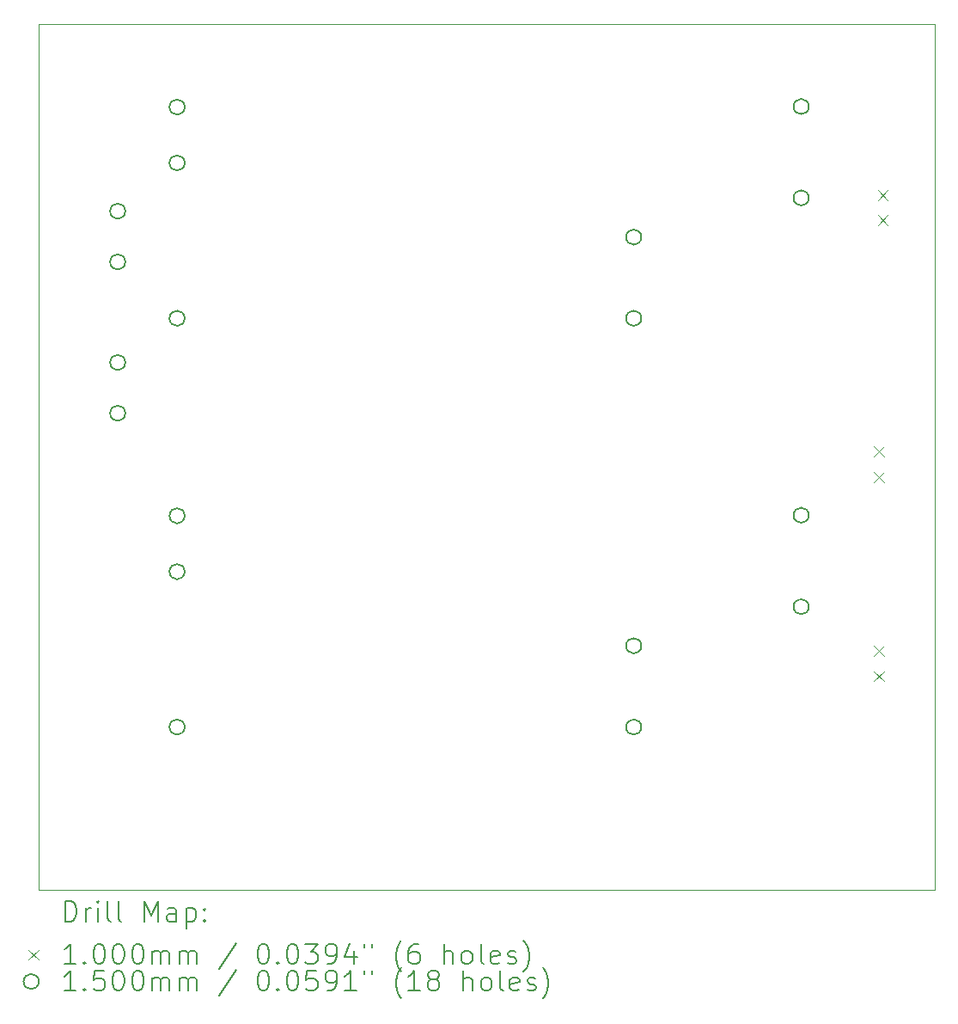
<source format=gbr>
%TF.GenerationSoftware,KiCad,Pcbnew,8.0.1*%
%TF.CreationDate,2024-04-15T18:30:33+02:00*%
%TF.ProjectId,Meanwell IRM Board,4d65616e-7765-46c6-9c20-49524d20426f,rev?*%
%TF.SameCoordinates,Original*%
%TF.FileFunction,Drillmap*%
%TF.FilePolarity,Positive*%
%FSLAX45Y45*%
G04 Gerber Fmt 4.5, Leading zero omitted, Abs format (unit mm)*
G04 Created by KiCad (PCBNEW 8.0.1) date 2024-04-15 18:30:33*
%MOMM*%
%LPD*%
G01*
G04 APERTURE LIST*
%ADD10C,0.050000*%
%ADD11C,0.200000*%
%ADD12C,0.100000*%
%ADD13C,0.150000*%
G04 APERTURE END LIST*
D10*
X9955000Y-4590000D02*
X18785000Y-4590000D01*
X18785000Y-13110000D01*
X9955000Y-13110000D01*
X9955000Y-4590000D01*
D11*
D12*
X18180000Y-8742500D02*
X18280000Y-8842500D01*
X18280000Y-8742500D02*
X18180000Y-8842500D01*
X18180000Y-8996500D02*
X18280000Y-9096500D01*
X18280000Y-8996500D02*
X18180000Y-9096500D01*
X18180000Y-10710000D02*
X18280000Y-10810000D01*
X18280000Y-10710000D02*
X18180000Y-10810000D01*
X18180000Y-10960000D02*
X18280000Y-11060000D01*
X18280000Y-10960000D02*
X18180000Y-11060000D01*
X18220000Y-6220000D02*
X18320000Y-6320000D01*
X18320000Y-6220000D02*
X18220000Y-6320000D01*
X18220000Y-6470000D02*
X18320000Y-6570000D01*
X18320000Y-6470000D02*
X18220000Y-6570000D01*
D13*
X10805000Y-6430000D02*
G75*
G02*
X10655000Y-6430000I-75000J0D01*
G01*
X10655000Y-6430000D02*
G75*
G02*
X10805000Y-6430000I75000J0D01*
G01*
X10805000Y-6930000D02*
G75*
G02*
X10655000Y-6930000I-75000J0D01*
G01*
X10655000Y-6930000D02*
G75*
G02*
X10805000Y-6930000I75000J0D01*
G01*
X10805000Y-7920000D02*
G75*
G02*
X10655000Y-7920000I-75000J0D01*
G01*
X10655000Y-7920000D02*
G75*
G02*
X10805000Y-7920000I75000J0D01*
G01*
X10805000Y-8420000D02*
G75*
G02*
X10655000Y-8420000I-75000J0D01*
G01*
X10655000Y-8420000D02*
G75*
G02*
X10805000Y-8420000I75000J0D01*
G01*
X11390000Y-5405000D02*
G75*
G02*
X11240000Y-5405000I-75000J0D01*
G01*
X11240000Y-5405000D02*
G75*
G02*
X11390000Y-5405000I75000J0D01*
G01*
X11390000Y-5955000D02*
G75*
G02*
X11240000Y-5955000I-75000J0D01*
G01*
X11240000Y-5955000D02*
G75*
G02*
X11390000Y-5955000I75000J0D01*
G01*
X11390000Y-7485000D02*
G75*
G02*
X11240000Y-7485000I-75000J0D01*
G01*
X11240000Y-7485000D02*
G75*
G02*
X11390000Y-7485000I75000J0D01*
G01*
X11390000Y-9430000D02*
G75*
G02*
X11240000Y-9430000I-75000J0D01*
G01*
X11240000Y-9430000D02*
G75*
G02*
X11390000Y-9430000I75000J0D01*
G01*
X11390000Y-9980000D02*
G75*
G02*
X11240000Y-9980000I-75000J0D01*
G01*
X11240000Y-9980000D02*
G75*
G02*
X11390000Y-9980000I75000J0D01*
G01*
X11390000Y-11510000D02*
G75*
G02*
X11240000Y-11510000I-75000J0D01*
G01*
X11240000Y-11510000D02*
G75*
G02*
X11390000Y-11510000I75000J0D01*
G01*
X15890000Y-6685000D02*
G75*
G02*
X15740000Y-6685000I-75000J0D01*
G01*
X15740000Y-6685000D02*
G75*
G02*
X15890000Y-6685000I75000J0D01*
G01*
X15890000Y-7485000D02*
G75*
G02*
X15740000Y-7485000I-75000J0D01*
G01*
X15740000Y-7485000D02*
G75*
G02*
X15890000Y-7485000I75000J0D01*
G01*
X15890000Y-10710000D02*
G75*
G02*
X15740000Y-10710000I-75000J0D01*
G01*
X15740000Y-10710000D02*
G75*
G02*
X15890000Y-10710000I75000J0D01*
G01*
X15890000Y-11510000D02*
G75*
G02*
X15740000Y-11510000I-75000J0D01*
G01*
X15740000Y-11510000D02*
G75*
G02*
X15890000Y-11510000I75000J0D01*
G01*
X17540000Y-5400000D02*
G75*
G02*
X17390000Y-5400000I-75000J0D01*
G01*
X17390000Y-5400000D02*
G75*
G02*
X17540000Y-5400000I75000J0D01*
G01*
X17540000Y-6300000D02*
G75*
G02*
X17390000Y-6300000I-75000J0D01*
G01*
X17390000Y-6300000D02*
G75*
G02*
X17540000Y-6300000I75000J0D01*
G01*
X17540000Y-9425000D02*
G75*
G02*
X17390000Y-9425000I-75000J0D01*
G01*
X17390000Y-9425000D02*
G75*
G02*
X17540000Y-9425000I75000J0D01*
G01*
X17540000Y-10325000D02*
G75*
G02*
X17390000Y-10325000I-75000J0D01*
G01*
X17390000Y-10325000D02*
G75*
G02*
X17540000Y-10325000I75000J0D01*
G01*
D11*
X10213277Y-13423984D02*
X10213277Y-13223984D01*
X10213277Y-13223984D02*
X10260896Y-13223984D01*
X10260896Y-13223984D02*
X10289467Y-13233508D01*
X10289467Y-13233508D02*
X10308515Y-13252555D01*
X10308515Y-13252555D02*
X10318039Y-13271603D01*
X10318039Y-13271603D02*
X10327563Y-13309698D01*
X10327563Y-13309698D02*
X10327563Y-13338269D01*
X10327563Y-13338269D02*
X10318039Y-13376365D01*
X10318039Y-13376365D02*
X10308515Y-13395412D01*
X10308515Y-13395412D02*
X10289467Y-13414460D01*
X10289467Y-13414460D02*
X10260896Y-13423984D01*
X10260896Y-13423984D02*
X10213277Y-13423984D01*
X10413277Y-13423984D02*
X10413277Y-13290650D01*
X10413277Y-13328746D02*
X10422801Y-13309698D01*
X10422801Y-13309698D02*
X10432324Y-13300174D01*
X10432324Y-13300174D02*
X10451372Y-13290650D01*
X10451372Y-13290650D02*
X10470420Y-13290650D01*
X10537086Y-13423984D02*
X10537086Y-13290650D01*
X10537086Y-13223984D02*
X10527563Y-13233508D01*
X10527563Y-13233508D02*
X10537086Y-13243031D01*
X10537086Y-13243031D02*
X10546610Y-13233508D01*
X10546610Y-13233508D02*
X10537086Y-13223984D01*
X10537086Y-13223984D02*
X10537086Y-13243031D01*
X10660896Y-13423984D02*
X10641848Y-13414460D01*
X10641848Y-13414460D02*
X10632324Y-13395412D01*
X10632324Y-13395412D02*
X10632324Y-13223984D01*
X10765658Y-13423984D02*
X10746610Y-13414460D01*
X10746610Y-13414460D02*
X10737086Y-13395412D01*
X10737086Y-13395412D02*
X10737086Y-13223984D01*
X10994229Y-13423984D02*
X10994229Y-13223984D01*
X10994229Y-13223984D02*
X11060896Y-13366841D01*
X11060896Y-13366841D02*
X11127563Y-13223984D01*
X11127563Y-13223984D02*
X11127563Y-13423984D01*
X11308515Y-13423984D02*
X11308515Y-13319222D01*
X11308515Y-13319222D02*
X11298991Y-13300174D01*
X11298991Y-13300174D02*
X11279943Y-13290650D01*
X11279943Y-13290650D02*
X11241848Y-13290650D01*
X11241848Y-13290650D02*
X11222801Y-13300174D01*
X11308515Y-13414460D02*
X11289467Y-13423984D01*
X11289467Y-13423984D02*
X11241848Y-13423984D01*
X11241848Y-13423984D02*
X11222801Y-13414460D01*
X11222801Y-13414460D02*
X11213277Y-13395412D01*
X11213277Y-13395412D02*
X11213277Y-13376365D01*
X11213277Y-13376365D02*
X11222801Y-13357317D01*
X11222801Y-13357317D02*
X11241848Y-13347793D01*
X11241848Y-13347793D02*
X11289467Y-13347793D01*
X11289467Y-13347793D02*
X11308515Y-13338269D01*
X11403753Y-13290650D02*
X11403753Y-13490650D01*
X11403753Y-13300174D02*
X11422801Y-13290650D01*
X11422801Y-13290650D02*
X11460896Y-13290650D01*
X11460896Y-13290650D02*
X11479943Y-13300174D01*
X11479943Y-13300174D02*
X11489467Y-13309698D01*
X11489467Y-13309698D02*
X11498991Y-13328746D01*
X11498991Y-13328746D02*
X11498991Y-13385888D01*
X11498991Y-13385888D02*
X11489467Y-13404936D01*
X11489467Y-13404936D02*
X11479943Y-13414460D01*
X11479943Y-13414460D02*
X11460896Y-13423984D01*
X11460896Y-13423984D02*
X11422801Y-13423984D01*
X11422801Y-13423984D02*
X11403753Y-13414460D01*
X11584705Y-13404936D02*
X11594229Y-13414460D01*
X11594229Y-13414460D02*
X11584705Y-13423984D01*
X11584705Y-13423984D02*
X11575182Y-13414460D01*
X11575182Y-13414460D02*
X11584705Y-13404936D01*
X11584705Y-13404936D02*
X11584705Y-13423984D01*
X11584705Y-13300174D02*
X11594229Y-13309698D01*
X11594229Y-13309698D02*
X11584705Y-13319222D01*
X11584705Y-13319222D02*
X11575182Y-13309698D01*
X11575182Y-13309698D02*
X11584705Y-13300174D01*
X11584705Y-13300174D02*
X11584705Y-13319222D01*
D12*
X9852500Y-13702500D02*
X9952500Y-13802500D01*
X9952500Y-13702500D02*
X9852500Y-13802500D01*
D11*
X10318039Y-13843984D02*
X10203753Y-13843984D01*
X10260896Y-13843984D02*
X10260896Y-13643984D01*
X10260896Y-13643984D02*
X10241848Y-13672555D01*
X10241848Y-13672555D02*
X10222801Y-13691603D01*
X10222801Y-13691603D02*
X10203753Y-13701127D01*
X10403753Y-13824936D02*
X10413277Y-13834460D01*
X10413277Y-13834460D02*
X10403753Y-13843984D01*
X10403753Y-13843984D02*
X10394229Y-13834460D01*
X10394229Y-13834460D02*
X10403753Y-13824936D01*
X10403753Y-13824936D02*
X10403753Y-13843984D01*
X10537086Y-13643984D02*
X10556134Y-13643984D01*
X10556134Y-13643984D02*
X10575182Y-13653508D01*
X10575182Y-13653508D02*
X10584705Y-13663031D01*
X10584705Y-13663031D02*
X10594229Y-13682079D01*
X10594229Y-13682079D02*
X10603753Y-13720174D01*
X10603753Y-13720174D02*
X10603753Y-13767793D01*
X10603753Y-13767793D02*
X10594229Y-13805888D01*
X10594229Y-13805888D02*
X10584705Y-13824936D01*
X10584705Y-13824936D02*
X10575182Y-13834460D01*
X10575182Y-13834460D02*
X10556134Y-13843984D01*
X10556134Y-13843984D02*
X10537086Y-13843984D01*
X10537086Y-13843984D02*
X10518039Y-13834460D01*
X10518039Y-13834460D02*
X10508515Y-13824936D01*
X10508515Y-13824936D02*
X10498991Y-13805888D01*
X10498991Y-13805888D02*
X10489467Y-13767793D01*
X10489467Y-13767793D02*
X10489467Y-13720174D01*
X10489467Y-13720174D02*
X10498991Y-13682079D01*
X10498991Y-13682079D02*
X10508515Y-13663031D01*
X10508515Y-13663031D02*
X10518039Y-13653508D01*
X10518039Y-13653508D02*
X10537086Y-13643984D01*
X10727563Y-13643984D02*
X10746610Y-13643984D01*
X10746610Y-13643984D02*
X10765658Y-13653508D01*
X10765658Y-13653508D02*
X10775182Y-13663031D01*
X10775182Y-13663031D02*
X10784705Y-13682079D01*
X10784705Y-13682079D02*
X10794229Y-13720174D01*
X10794229Y-13720174D02*
X10794229Y-13767793D01*
X10794229Y-13767793D02*
X10784705Y-13805888D01*
X10784705Y-13805888D02*
X10775182Y-13824936D01*
X10775182Y-13824936D02*
X10765658Y-13834460D01*
X10765658Y-13834460D02*
X10746610Y-13843984D01*
X10746610Y-13843984D02*
X10727563Y-13843984D01*
X10727563Y-13843984D02*
X10708515Y-13834460D01*
X10708515Y-13834460D02*
X10698991Y-13824936D01*
X10698991Y-13824936D02*
X10689467Y-13805888D01*
X10689467Y-13805888D02*
X10679944Y-13767793D01*
X10679944Y-13767793D02*
X10679944Y-13720174D01*
X10679944Y-13720174D02*
X10689467Y-13682079D01*
X10689467Y-13682079D02*
X10698991Y-13663031D01*
X10698991Y-13663031D02*
X10708515Y-13653508D01*
X10708515Y-13653508D02*
X10727563Y-13643984D01*
X10918039Y-13643984D02*
X10937086Y-13643984D01*
X10937086Y-13643984D02*
X10956134Y-13653508D01*
X10956134Y-13653508D02*
X10965658Y-13663031D01*
X10965658Y-13663031D02*
X10975182Y-13682079D01*
X10975182Y-13682079D02*
X10984705Y-13720174D01*
X10984705Y-13720174D02*
X10984705Y-13767793D01*
X10984705Y-13767793D02*
X10975182Y-13805888D01*
X10975182Y-13805888D02*
X10965658Y-13824936D01*
X10965658Y-13824936D02*
X10956134Y-13834460D01*
X10956134Y-13834460D02*
X10937086Y-13843984D01*
X10937086Y-13843984D02*
X10918039Y-13843984D01*
X10918039Y-13843984D02*
X10898991Y-13834460D01*
X10898991Y-13834460D02*
X10889467Y-13824936D01*
X10889467Y-13824936D02*
X10879944Y-13805888D01*
X10879944Y-13805888D02*
X10870420Y-13767793D01*
X10870420Y-13767793D02*
X10870420Y-13720174D01*
X10870420Y-13720174D02*
X10879944Y-13682079D01*
X10879944Y-13682079D02*
X10889467Y-13663031D01*
X10889467Y-13663031D02*
X10898991Y-13653508D01*
X10898991Y-13653508D02*
X10918039Y-13643984D01*
X11070420Y-13843984D02*
X11070420Y-13710650D01*
X11070420Y-13729698D02*
X11079944Y-13720174D01*
X11079944Y-13720174D02*
X11098991Y-13710650D01*
X11098991Y-13710650D02*
X11127563Y-13710650D01*
X11127563Y-13710650D02*
X11146610Y-13720174D01*
X11146610Y-13720174D02*
X11156134Y-13739222D01*
X11156134Y-13739222D02*
X11156134Y-13843984D01*
X11156134Y-13739222D02*
X11165658Y-13720174D01*
X11165658Y-13720174D02*
X11184705Y-13710650D01*
X11184705Y-13710650D02*
X11213277Y-13710650D01*
X11213277Y-13710650D02*
X11232324Y-13720174D01*
X11232324Y-13720174D02*
X11241848Y-13739222D01*
X11241848Y-13739222D02*
X11241848Y-13843984D01*
X11337086Y-13843984D02*
X11337086Y-13710650D01*
X11337086Y-13729698D02*
X11346610Y-13720174D01*
X11346610Y-13720174D02*
X11365658Y-13710650D01*
X11365658Y-13710650D02*
X11394229Y-13710650D01*
X11394229Y-13710650D02*
X11413277Y-13720174D01*
X11413277Y-13720174D02*
X11422801Y-13739222D01*
X11422801Y-13739222D02*
X11422801Y-13843984D01*
X11422801Y-13739222D02*
X11432324Y-13720174D01*
X11432324Y-13720174D02*
X11451372Y-13710650D01*
X11451372Y-13710650D02*
X11479943Y-13710650D01*
X11479943Y-13710650D02*
X11498991Y-13720174D01*
X11498991Y-13720174D02*
X11508515Y-13739222D01*
X11508515Y-13739222D02*
X11508515Y-13843984D01*
X11898991Y-13634460D02*
X11727563Y-13891603D01*
X12156134Y-13643984D02*
X12175182Y-13643984D01*
X12175182Y-13643984D02*
X12194229Y-13653508D01*
X12194229Y-13653508D02*
X12203753Y-13663031D01*
X12203753Y-13663031D02*
X12213277Y-13682079D01*
X12213277Y-13682079D02*
X12222801Y-13720174D01*
X12222801Y-13720174D02*
X12222801Y-13767793D01*
X12222801Y-13767793D02*
X12213277Y-13805888D01*
X12213277Y-13805888D02*
X12203753Y-13824936D01*
X12203753Y-13824936D02*
X12194229Y-13834460D01*
X12194229Y-13834460D02*
X12175182Y-13843984D01*
X12175182Y-13843984D02*
X12156134Y-13843984D01*
X12156134Y-13843984D02*
X12137086Y-13834460D01*
X12137086Y-13834460D02*
X12127563Y-13824936D01*
X12127563Y-13824936D02*
X12118039Y-13805888D01*
X12118039Y-13805888D02*
X12108515Y-13767793D01*
X12108515Y-13767793D02*
X12108515Y-13720174D01*
X12108515Y-13720174D02*
X12118039Y-13682079D01*
X12118039Y-13682079D02*
X12127563Y-13663031D01*
X12127563Y-13663031D02*
X12137086Y-13653508D01*
X12137086Y-13653508D02*
X12156134Y-13643984D01*
X12308515Y-13824936D02*
X12318039Y-13834460D01*
X12318039Y-13834460D02*
X12308515Y-13843984D01*
X12308515Y-13843984D02*
X12298991Y-13834460D01*
X12298991Y-13834460D02*
X12308515Y-13824936D01*
X12308515Y-13824936D02*
X12308515Y-13843984D01*
X12441848Y-13643984D02*
X12460896Y-13643984D01*
X12460896Y-13643984D02*
X12479944Y-13653508D01*
X12479944Y-13653508D02*
X12489467Y-13663031D01*
X12489467Y-13663031D02*
X12498991Y-13682079D01*
X12498991Y-13682079D02*
X12508515Y-13720174D01*
X12508515Y-13720174D02*
X12508515Y-13767793D01*
X12508515Y-13767793D02*
X12498991Y-13805888D01*
X12498991Y-13805888D02*
X12489467Y-13824936D01*
X12489467Y-13824936D02*
X12479944Y-13834460D01*
X12479944Y-13834460D02*
X12460896Y-13843984D01*
X12460896Y-13843984D02*
X12441848Y-13843984D01*
X12441848Y-13843984D02*
X12422801Y-13834460D01*
X12422801Y-13834460D02*
X12413277Y-13824936D01*
X12413277Y-13824936D02*
X12403753Y-13805888D01*
X12403753Y-13805888D02*
X12394229Y-13767793D01*
X12394229Y-13767793D02*
X12394229Y-13720174D01*
X12394229Y-13720174D02*
X12403753Y-13682079D01*
X12403753Y-13682079D02*
X12413277Y-13663031D01*
X12413277Y-13663031D02*
X12422801Y-13653508D01*
X12422801Y-13653508D02*
X12441848Y-13643984D01*
X12575182Y-13643984D02*
X12698991Y-13643984D01*
X12698991Y-13643984D02*
X12632325Y-13720174D01*
X12632325Y-13720174D02*
X12660896Y-13720174D01*
X12660896Y-13720174D02*
X12679944Y-13729698D01*
X12679944Y-13729698D02*
X12689467Y-13739222D01*
X12689467Y-13739222D02*
X12698991Y-13758269D01*
X12698991Y-13758269D02*
X12698991Y-13805888D01*
X12698991Y-13805888D02*
X12689467Y-13824936D01*
X12689467Y-13824936D02*
X12679944Y-13834460D01*
X12679944Y-13834460D02*
X12660896Y-13843984D01*
X12660896Y-13843984D02*
X12603753Y-13843984D01*
X12603753Y-13843984D02*
X12584706Y-13834460D01*
X12584706Y-13834460D02*
X12575182Y-13824936D01*
X12794229Y-13843984D02*
X12832325Y-13843984D01*
X12832325Y-13843984D02*
X12851372Y-13834460D01*
X12851372Y-13834460D02*
X12860896Y-13824936D01*
X12860896Y-13824936D02*
X12879944Y-13796365D01*
X12879944Y-13796365D02*
X12889467Y-13758269D01*
X12889467Y-13758269D02*
X12889467Y-13682079D01*
X12889467Y-13682079D02*
X12879944Y-13663031D01*
X12879944Y-13663031D02*
X12870420Y-13653508D01*
X12870420Y-13653508D02*
X12851372Y-13643984D01*
X12851372Y-13643984D02*
X12813277Y-13643984D01*
X12813277Y-13643984D02*
X12794229Y-13653508D01*
X12794229Y-13653508D02*
X12784706Y-13663031D01*
X12784706Y-13663031D02*
X12775182Y-13682079D01*
X12775182Y-13682079D02*
X12775182Y-13729698D01*
X12775182Y-13729698D02*
X12784706Y-13748746D01*
X12784706Y-13748746D02*
X12794229Y-13758269D01*
X12794229Y-13758269D02*
X12813277Y-13767793D01*
X12813277Y-13767793D02*
X12851372Y-13767793D01*
X12851372Y-13767793D02*
X12870420Y-13758269D01*
X12870420Y-13758269D02*
X12879944Y-13748746D01*
X12879944Y-13748746D02*
X12889467Y-13729698D01*
X13060896Y-13710650D02*
X13060896Y-13843984D01*
X13013277Y-13634460D02*
X12965658Y-13777317D01*
X12965658Y-13777317D02*
X13089467Y-13777317D01*
X13156134Y-13643984D02*
X13156134Y-13682079D01*
X13232325Y-13643984D02*
X13232325Y-13682079D01*
X13527563Y-13920174D02*
X13518039Y-13910650D01*
X13518039Y-13910650D02*
X13498991Y-13882079D01*
X13498991Y-13882079D02*
X13489468Y-13863031D01*
X13489468Y-13863031D02*
X13479944Y-13834460D01*
X13479944Y-13834460D02*
X13470420Y-13786841D01*
X13470420Y-13786841D02*
X13470420Y-13748746D01*
X13470420Y-13748746D02*
X13479944Y-13701127D01*
X13479944Y-13701127D02*
X13489468Y-13672555D01*
X13489468Y-13672555D02*
X13498991Y-13653508D01*
X13498991Y-13653508D02*
X13518039Y-13624936D01*
X13518039Y-13624936D02*
X13527563Y-13615412D01*
X13689468Y-13643984D02*
X13651372Y-13643984D01*
X13651372Y-13643984D02*
X13632325Y-13653508D01*
X13632325Y-13653508D02*
X13622801Y-13663031D01*
X13622801Y-13663031D02*
X13603753Y-13691603D01*
X13603753Y-13691603D02*
X13594229Y-13729698D01*
X13594229Y-13729698D02*
X13594229Y-13805888D01*
X13594229Y-13805888D02*
X13603753Y-13824936D01*
X13603753Y-13824936D02*
X13613277Y-13834460D01*
X13613277Y-13834460D02*
X13632325Y-13843984D01*
X13632325Y-13843984D02*
X13670420Y-13843984D01*
X13670420Y-13843984D02*
X13689468Y-13834460D01*
X13689468Y-13834460D02*
X13698991Y-13824936D01*
X13698991Y-13824936D02*
X13708515Y-13805888D01*
X13708515Y-13805888D02*
X13708515Y-13758269D01*
X13708515Y-13758269D02*
X13698991Y-13739222D01*
X13698991Y-13739222D02*
X13689468Y-13729698D01*
X13689468Y-13729698D02*
X13670420Y-13720174D01*
X13670420Y-13720174D02*
X13632325Y-13720174D01*
X13632325Y-13720174D02*
X13613277Y-13729698D01*
X13613277Y-13729698D02*
X13603753Y-13739222D01*
X13603753Y-13739222D02*
X13594229Y-13758269D01*
X13946610Y-13843984D02*
X13946610Y-13643984D01*
X14032325Y-13843984D02*
X14032325Y-13739222D01*
X14032325Y-13739222D02*
X14022801Y-13720174D01*
X14022801Y-13720174D02*
X14003753Y-13710650D01*
X14003753Y-13710650D02*
X13975182Y-13710650D01*
X13975182Y-13710650D02*
X13956134Y-13720174D01*
X13956134Y-13720174D02*
X13946610Y-13729698D01*
X14156134Y-13843984D02*
X14137087Y-13834460D01*
X14137087Y-13834460D02*
X14127563Y-13824936D01*
X14127563Y-13824936D02*
X14118039Y-13805888D01*
X14118039Y-13805888D02*
X14118039Y-13748746D01*
X14118039Y-13748746D02*
X14127563Y-13729698D01*
X14127563Y-13729698D02*
X14137087Y-13720174D01*
X14137087Y-13720174D02*
X14156134Y-13710650D01*
X14156134Y-13710650D02*
X14184706Y-13710650D01*
X14184706Y-13710650D02*
X14203753Y-13720174D01*
X14203753Y-13720174D02*
X14213277Y-13729698D01*
X14213277Y-13729698D02*
X14222801Y-13748746D01*
X14222801Y-13748746D02*
X14222801Y-13805888D01*
X14222801Y-13805888D02*
X14213277Y-13824936D01*
X14213277Y-13824936D02*
X14203753Y-13834460D01*
X14203753Y-13834460D02*
X14184706Y-13843984D01*
X14184706Y-13843984D02*
X14156134Y-13843984D01*
X14337087Y-13843984D02*
X14318039Y-13834460D01*
X14318039Y-13834460D02*
X14308515Y-13815412D01*
X14308515Y-13815412D02*
X14308515Y-13643984D01*
X14489468Y-13834460D02*
X14470420Y-13843984D01*
X14470420Y-13843984D02*
X14432325Y-13843984D01*
X14432325Y-13843984D02*
X14413277Y-13834460D01*
X14413277Y-13834460D02*
X14403753Y-13815412D01*
X14403753Y-13815412D02*
X14403753Y-13739222D01*
X14403753Y-13739222D02*
X14413277Y-13720174D01*
X14413277Y-13720174D02*
X14432325Y-13710650D01*
X14432325Y-13710650D02*
X14470420Y-13710650D01*
X14470420Y-13710650D02*
X14489468Y-13720174D01*
X14489468Y-13720174D02*
X14498991Y-13739222D01*
X14498991Y-13739222D02*
X14498991Y-13758269D01*
X14498991Y-13758269D02*
X14403753Y-13777317D01*
X14575182Y-13834460D02*
X14594230Y-13843984D01*
X14594230Y-13843984D02*
X14632325Y-13843984D01*
X14632325Y-13843984D02*
X14651372Y-13834460D01*
X14651372Y-13834460D02*
X14660896Y-13815412D01*
X14660896Y-13815412D02*
X14660896Y-13805888D01*
X14660896Y-13805888D02*
X14651372Y-13786841D01*
X14651372Y-13786841D02*
X14632325Y-13777317D01*
X14632325Y-13777317D02*
X14603753Y-13777317D01*
X14603753Y-13777317D02*
X14584706Y-13767793D01*
X14584706Y-13767793D02*
X14575182Y-13748746D01*
X14575182Y-13748746D02*
X14575182Y-13739222D01*
X14575182Y-13739222D02*
X14584706Y-13720174D01*
X14584706Y-13720174D02*
X14603753Y-13710650D01*
X14603753Y-13710650D02*
X14632325Y-13710650D01*
X14632325Y-13710650D02*
X14651372Y-13720174D01*
X14727563Y-13920174D02*
X14737087Y-13910650D01*
X14737087Y-13910650D02*
X14756134Y-13882079D01*
X14756134Y-13882079D02*
X14765658Y-13863031D01*
X14765658Y-13863031D02*
X14775182Y-13834460D01*
X14775182Y-13834460D02*
X14784706Y-13786841D01*
X14784706Y-13786841D02*
X14784706Y-13748746D01*
X14784706Y-13748746D02*
X14775182Y-13701127D01*
X14775182Y-13701127D02*
X14765658Y-13672555D01*
X14765658Y-13672555D02*
X14756134Y-13653508D01*
X14756134Y-13653508D02*
X14737087Y-13624936D01*
X14737087Y-13624936D02*
X14727563Y-13615412D01*
D13*
X9952500Y-14016500D02*
G75*
G02*
X9802500Y-14016500I-75000J0D01*
G01*
X9802500Y-14016500D02*
G75*
G02*
X9952500Y-14016500I75000J0D01*
G01*
D11*
X10318039Y-14107984D02*
X10203753Y-14107984D01*
X10260896Y-14107984D02*
X10260896Y-13907984D01*
X10260896Y-13907984D02*
X10241848Y-13936555D01*
X10241848Y-13936555D02*
X10222801Y-13955603D01*
X10222801Y-13955603D02*
X10203753Y-13965127D01*
X10403753Y-14088936D02*
X10413277Y-14098460D01*
X10413277Y-14098460D02*
X10403753Y-14107984D01*
X10403753Y-14107984D02*
X10394229Y-14098460D01*
X10394229Y-14098460D02*
X10403753Y-14088936D01*
X10403753Y-14088936D02*
X10403753Y-14107984D01*
X10594229Y-13907984D02*
X10498991Y-13907984D01*
X10498991Y-13907984D02*
X10489467Y-14003222D01*
X10489467Y-14003222D02*
X10498991Y-13993698D01*
X10498991Y-13993698D02*
X10518039Y-13984174D01*
X10518039Y-13984174D02*
X10565658Y-13984174D01*
X10565658Y-13984174D02*
X10584705Y-13993698D01*
X10584705Y-13993698D02*
X10594229Y-14003222D01*
X10594229Y-14003222D02*
X10603753Y-14022269D01*
X10603753Y-14022269D02*
X10603753Y-14069888D01*
X10603753Y-14069888D02*
X10594229Y-14088936D01*
X10594229Y-14088936D02*
X10584705Y-14098460D01*
X10584705Y-14098460D02*
X10565658Y-14107984D01*
X10565658Y-14107984D02*
X10518039Y-14107984D01*
X10518039Y-14107984D02*
X10498991Y-14098460D01*
X10498991Y-14098460D02*
X10489467Y-14088936D01*
X10727563Y-13907984D02*
X10746610Y-13907984D01*
X10746610Y-13907984D02*
X10765658Y-13917508D01*
X10765658Y-13917508D02*
X10775182Y-13927031D01*
X10775182Y-13927031D02*
X10784705Y-13946079D01*
X10784705Y-13946079D02*
X10794229Y-13984174D01*
X10794229Y-13984174D02*
X10794229Y-14031793D01*
X10794229Y-14031793D02*
X10784705Y-14069888D01*
X10784705Y-14069888D02*
X10775182Y-14088936D01*
X10775182Y-14088936D02*
X10765658Y-14098460D01*
X10765658Y-14098460D02*
X10746610Y-14107984D01*
X10746610Y-14107984D02*
X10727563Y-14107984D01*
X10727563Y-14107984D02*
X10708515Y-14098460D01*
X10708515Y-14098460D02*
X10698991Y-14088936D01*
X10698991Y-14088936D02*
X10689467Y-14069888D01*
X10689467Y-14069888D02*
X10679944Y-14031793D01*
X10679944Y-14031793D02*
X10679944Y-13984174D01*
X10679944Y-13984174D02*
X10689467Y-13946079D01*
X10689467Y-13946079D02*
X10698991Y-13927031D01*
X10698991Y-13927031D02*
X10708515Y-13917508D01*
X10708515Y-13917508D02*
X10727563Y-13907984D01*
X10918039Y-13907984D02*
X10937086Y-13907984D01*
X10937086Y-13907984D02*
X10956134Y-13917508D01*
X10956134Y-13917508D02*
X10965658Y-13927031D01*
X10965658Y-13927031D02*
X10975182Y-13946079D01*
X10975182Y-13946079D02*
X10984705Y-13984174D01*
X10984705Y-13984174D02*
X10984705Y-14031793D01*
X10984705Y-14031793D02*
X10975182Y-14069888D01*
X10975182Y-14069888D02*
X10965658Y-14088936D01*
X10965658Y-14088936D02*
X10956134Y-14098460D01*
X10956134Y-14098460D02*
X10937086Y-14107984D01*
X10937086Y-14107984D02*
X10918039Y-14107984D01*
X10918039Y-14107984D02*
X10898991Y-14098460D01*
X10898991Y-14098460D02*
X10889467Y-14088936D01*
X10889467Y-14088936D02*
X10879944Y-14069888D01*
X10879944Y-14069888D02*
X10870420Y-14031793D01*
X10870420Y-14031793D02*
X10870420Y-13984174D01*
X10870420Y-13984174D02*
X10879944Y-13946079D01*
X10879944Y-13946079D02*
X10889467Y-13927031D01*
X10889467Y-13927031D02*
X10898991Y-13917508D01*
X10898991Y-13917508D02*
X10918039Y-13907984D01*
X11070420Y-14107984D02*
X11070420Y-13974650D01*
X11070420Y-13993698D02*
X11079944Y-13984174D01*
X11079944Y-13984174D02*
X11098991Y-13974650D01*
X11098991Y-13974650D02*
X11127563Y-13974650D01*
X11127563Y-13974650D02*
X11146610Y-13984174D01*
X11146610Y-13984174D02*
X11156134Y-14003222D01*
X11156134Y-14003222D02*
X11156134Y-14107984D01*
X11156134Y-14003222D02*
X11165658Y-13984174D01*
X11165658Y-13984174D02*
X11184705Y-13974650D01*
X11184705Y-13974650D02*
X11213277Y-13974650D01*
X11213277Y-13974650D02*
X11232324Y-13984174D01*
X11232324Y-13984174D02*
X11241848Y-14003222D01*
X11241848Y-14003222D02*
X11241848Y-14107984D01*
X11337086Y-14107984D02*
X11337086Y-13974650D01*
X11337086Y-13993698D02*
X11346610Y-13984174D01*
X11346610Y-13984174D02*
X11365658Y-13974650D01*
X11365658Y-13974650D02*
X11394229Y-13974650D01*
X11394229Y-13974650D02*
X11413277Y-13984174D01*
X11413277Y-13984174D02*
X11422801Y-14003222D01*
X11422801Y-14003222D02*
X11422801Y-14107984D01*
X11422801Y-14003222D02*
X11432324Y-13984174D01*
X11432324Y-13984174D02*
X11451372Y-13974650D01*
X11451372Y-13974650D02*
X11479943Y-13974650D01*
X11479943Y-13974650D02*
X11498991Y-13984174D01*
X11498991Y-13984174D02*
X11508515Y-14003222D01*
X11508515Y-14003222D02*
X11508515Y-14107984D01*
X11898991Y-13898460D02*
X11727563Y-14155603D01*
X12156134Y-13907984D02*
X12175182Y-13907984D01*
X12175182Y-13907984D02*
X12194229Y-13917508D01*
X12194229Y-13917508D02*
X12203753Y-13927031D01*
X12203753Y-13927031D02*
X12213277Y-13946079D01*
X12213277Y-13946079D02*
X12222801Y-13984174D01*
X12222801Y-13984174D02*
X12222801Y-14031793D01*
X12222801Y-14031793D02*
X12213277Y-14069888D01*
X12213277Y-14069888D02*
X12203753Y-14088936D01*
X12203753Y-14088936D02*
X12194229Y-14098460D01*
X12194229Y-14098460D02*
X12175182Y-14107984D01*
X12175182Y-14107984D02*
X12156134Y-14107984D01*
X12156134Y-14107984D02*
X12137086Y-14098460D01*
X12137086Y-14098460D02*
X12127563Y-14088936D01*
X12127563Y-14088936D02*
X12118039Y-14069888D01*
X12118039Y-14069888D02*
X12108515Y-14031793D01*
X12108515Y-14031793D02*
X12108515Y-13984174D01*
X12108515Y-13984174D02*
X12118039Y-13946079D01*
X12118039Y-13946079D02*
X12127563Y-13927031D01*
X12127563Y-13927031D02*
X12137086Y-13917508D01*
X12137086Y-13917508D02*
X12156134Y-13907984D01*
X12308515Y-14088936D02*
X12318039Y-14098460D01*
X12318039Y-14098460D02*
X12308515Y-14107984D01*
X12308515Y-14107984D02*
X12298991Y-14098460D01*
X12298991Y-14098460D02*
X12308515Y-14088936D01*
X12308515Y-14088936D02*
X12308515Y-14107984D01*
X12441848Y-13907984D02*
X12460896Y-13907984D01*
X12460896Y-13907984D02*
X12479944Y-13917508D01*
X12479944Y-13917508D02*
X12489467Y-13927031D01*
X12489467Y-13927031D02*
X12498991Y-13946079D01*
X12498991Y-13946079D02*
X12508515Y-13984174D01*
X12508515Y-13984174D02*
X12508515Y-14031793D01*
X12508515Y-14031793D02*
X12498991Y-14069888D01*
X12498991Y-14069888D02*
X12489467Y-14088936D01*
X12489467Y-14088936D02*
X12479944Y-14098460D01*
X12479944Y-14098460D02*
X12460896Y-14107984D01*
X12460896Y-14107984D02*
X12441848Y-14107984D01*
X12441848Y-14107984D02*
X12422801Y-14098460D01*
X12422801Y-14098460D02*
X12413277Y-14088936D01*
X12413277Y-14088936D02*
X12403753Y-14069888D01*
X12403753Y-14069888D02*
X12394229Y-14031793D01*
X12394229Y-14031793D02*
X12394229Y-13984174D01*
X12394229Y-13984174D02*
X12403753Y-13946079D01*
X12403753Y-13946079D02*
X12413277Y-13927031D01*
X12413277Y-13927031D02*
X12422801Y-13917508D01*
X12422801Y-13917508D02*
X12441848Y-13907984D01*
X12689467Y-13907984D02*
X12594229Y-13907984D01*
X12594229Y-13907984D02*
X12584706Y-14003222D01*
X12584706Y-14003222D02*
X12594229Y-13993698D01*
X12594229Y-13993698D02*
X12613277Y-13984174D01*
X12613277Y-13984174D02*
X12660896Y-13984174D01*
X12660896Y-13984174D02*
X12679944Y-13993698D01*
X12679944Y-13993698D02*
X12689467Y-14003222D01*
X12689467Y-14003222D02*
X12698991Y-14022269D01*
X12698991Y-14022269D02*
X12698991Y-14069888D01*
X12698991Y-14069888D02*
X12689467Y-14088936D01*
X12689467Y-14088936D02*
X12679944Y-14098460D01*
X12679944Y-14098460D02*
X12660896Y-14107984D01*
X12660896Y-14107984D02*
X12613277Y-14107984D01*
X12613277Y-14107984D02*
X12594229Y-14098460D01*
X12594229Y-14098460D02*
X12584706Y-14088936D01*
X12794229Y-14107984D02*
X12832325Y-14107984D01*
X12832325Y-14107984D02*
X12851372Y-14098460D01*
X12851372Y-14098460D02*
X12860896Y-14088936D01*
X12860896Y-14088936D02*
X12879944Y-14060365D01*
X12879944Y-14060365D02*
X12889467Y-14022269D01*
X12889467Y-14022269D02*
X12889467Y-13946079D01*
X12889467Y-13946079D02*
X12879944Y-13927031D01*
X12879944Y-13927031D02*
X12870420Y-13917508D01*
X12870420Y-13917508D02*
X12851372Y-13907984D01*
X12851372Y-13907984D02*
X12813277Y-13907984D01*
X12813277Y-13907984D02*
X12794229Y-13917508D01*
X12794229Y-13917508D02*
X12784706Y-13927031D01*
X12784706Y-13927031D02*
X12775182Y-13946079D01*
X12775182Y-13946079D02*
X12775182Y-13993698D01*
X12775182Y-13993698D02*
X12784706Y-14012746D01*
X12784706Y-14012746D02*
X12794229Y-14022269D01*
X12794229Y-14022269D02*
X12813277Y-14031793D01*
X12813277Y-14031793D02*
X12851372Y-14031793D01*
X12851372Y-14031793D02*
X12870420Y-14022269D01*
X12870420Y-14022269D02*
X12879944Y-14012746D01*
X12879944Y-14012746D02*
X12889467Y-13993698D01*
X13079944Y-14107984D02*
X12965658Y-14107984D01*
X13022801Y-14107984D02*
X13022801Y-13907984D01*
X13022801Y-13907984D02*
X13003753Y-13936555D01*
X13003753Y-13936555D02*
X12984706Y-13955603D01*
X12984706Y-13955603D02*
X12965658Y-13965127D01*
X13156134Y-13907984D02*
X13156134Y-13946079D01*
X13232325Y-13907984D02*
X13232325Y-13946079D01*
X13527563Y-14184174D02*
X13518039Y-14174650D01*
X13518039Y-14174650D02*
X13498991Y-14146079D01*
X13498991Y-14146079D02*
X13489468Y-14127031D01*
X13489468Y-14127031D02*
X13479944Y-14098460D01*
X13479944Y-14098460D02*
X13470420Y-14050841D01*
X13470420Y-14050841D02*
X13470420Y-14012746D01*
X13470420Y-14012746D02*
X13479944Y-13965127D01*
X13479944Y-13965127D02*
X13489468Y-13936555D01*
X13489468Y-13936555D02*
X13498991Y-13917508D01*
X13498991Y-13917508D02*
X13518039Y-13888936D01*
X13518039Y-13888936D02*
X13527563Y-13879412D01*
X13708515Y-14107984D02*
X13594229Y-14107984D01*
X13651372Y-14107984D02*
X13651372Y-13907984D01*
X13651372Y-13907984D02*
X13632325Y-13936555D01*
X13632325Y-13936555D02*
X13613277Y-13955603D01*
X13613277Y-13955603D02*
X13594229Y-13965127D01*
X13822801Y-13993698D02*
X13803753Y-13984174D01*
X13803753Y-13984174D02*
X13794229Y-13974650D01*
X13794229Y-13974650D02*
X13784706Y-13955603D01*
X13784706Y-13955603D02*
X13784706Y-13946079D01*
X13784706Y-13946079D02*
X13794229Y-13927031D01*
X13794229Y-13927031D02*
X13803753Y-13917508D01*
X13803753Y-13917508D02*
X13822801Y-13907984D01*
X13822801Y-13907984D02*
X13860896Y-13907984D01*
X13860896Y-13907984D02*
X13879944Y-13917508D01*
X13879944Y-13917508D02*
X13889468Y-13927031D01*
X13889468Y-13927031D02*
X13898991Y-13946079D01*
X13898991Y-13946079D02*
X13898991Y-13955603D01*
X13898991Y-13955603D02*
X13889468Y-13974650D01*
X13889468Y-13974650D02*
X13879944Y-13984174D01*
X13879944Y-13984174D02*
X13860896Y-13993698D01*
X13860896Y-13993698D02*
X13822801Y-13993698D01*
X13822801Y-13993698D02*
X13803753Y-14003222D01*
X13803753Y-14003222D02*
X13794229Y-14012746D01*
X13794229Y-14012746D02*
X13784706Y-14031793D01*
X13784706Y-14031793D02*
X13784706Y-14069888D01*
X13784706Y-14069888D02*
X13794229Y-14088936D01*
X13794229Y-14088936D02*
X13803753Y-14098460D01*
X13803753Y-14098460D02*
X13822801Y-14107984D01*
X13822801Y-14107984D02*
X13860896Y-14107984D01*
X13860896Y-14107984D02*
X13879944Y-14098460D01*
X13879944Y-14098460D02*
X13889468Y-14088936D01*
X13889468Y-14088936D02*
X13898991Y-14069888D01*
X13898991Y-14069888D02*
X13898991Y-14031793D01*
X13898991Y-14031793D02*
X13889468Y-14012746D01*
X13889468Y-14012746D02*
X13879944Y-14003222D01*
X13879944Y-14003222D02*
X13860896Y-13993698D01*
X14137087Y-14107984D02*
X14137087Y-13907984D01*
X14222801Y-14107984D02*
X14222801Y-14003222D01*
X14222801Y-14003222D02*
X14213277Y-13984174D01*
X14213277Y-13984174D02*
X14194230Y-13974650D01*
X14194230Y-13974650D02*
X14165658Y-13974650D01*
X14165658Y-13974650D02*
X14146610Y-13984174D01*
X14146610Y-13984174D02*
X14137087Y-13993698D01*
X14346610Y-14107984D02*
X14327563Y-14098460D01*
X14327563Y-14098460D02*
X14318039Y-14088936D01*
X14318039Y-14088936D02*
X14308515Y-14069888D01*
X14308515Y-14069888D02*
X14308515Y-14012746D01*
X14308515Y-14012746D02*
X14318039Y-13993698D01*
X14318039Y-13993698D02*
X14327563Y-13984174D01*
X14327563Y-13984174D02*
X14346610Y-13974650D01*
X14346610Y-13974650D02*
X14375182Y-13974650D01*
X14375182Y-13974650D02*
X14394230Y-13984174D01*
X14394230Y-13984174D02*
X14403753Y-13993698D01*
X14403753Y-13993698D02*
X14413277Y-14012746D01*
X14413277Y-14012746D02*
X14413277Y-14069888D01*
X14413277Y-14069888D02*
X14403753Y-14088936D01*
X14403753Y-14088936D02*
X14394230Y-14098460D01*
X14394230Y-14098460D02*
X14375182Y-14107984D01*
X14375182Y-14107984D02*
X14346610Y-14107984D01*
X14527563Y-14107984D02*
X14508515Y-14098460D01*
X14508515Y-14098460D02*
X14498991Y-14079412D01*
X14498991Y-14079412D02*
X14498991Y-13907984D01*
X14679944Y-14098460D02*
X14660896Y-14107984D01*
X14660896Y-14107984D02*
X14622801Y-14107984D01*
X14622801Y-14107984D02*
X14603753Y-14098460D01*
X14603753Y-14098460D02*
X14594230Y-14079412D01*
X14594230Y-14079412D02*
X14594230Y-14003222D01*
X14594230Y-14003222D02*
X14603753Y-13984174D01*
X14603753Y-13984174D02*
X14622801Y-13974650D01*
X14622801Y-13974650D02*
X14660896Y-13974650D01*
X14660896Y-13974650D02*
X14679944Y-13984174D01*
X14679944Y-13984174D02*
X14689468Y-14003222D01*
X14689468Y-14003222D02*
X14689468Y-14022269D01*
X14689468Y-14022269D02*
X14594230Y-14041317D01*
X14765658Y-14098460D02*
X14784706Y-14107984D01*
X14784706Y-14107984D02*
X14822801Y-14107984D01*
X14822801Y-14107984D02*
X14841849Y-14098460D01*
X14841849Y-14098460D02*
X14851372Y-14079412D01*
X14851372Y-14079412D02*
X14851372Y-14069888D01*
X14851372Y-14069888D02*
X14841849Y-14050841D01*
X14841849Y-14050841D02*
X14822801Y-14041317D01*
X14822801Y-14041317D02*
X14794230Y-14041317D01*
X14794230Y-14041317D02*
X14775182Y-14031793D01*
X14775182Y-14031793D02*
X14765658Y-14012746D01*
X14765658Y-14012746D02*
X14765658Y-14003222D01*
X14765658Y-14003222D02*
X14775182Y-13984174D01*
X14775182Y-13984174D02*
X14794230Y-13974650D01*
X14794230Y-13974650D02*
X14822801Y-13974650D01*
X14822801Y-13974650D02*
X14841849Y-13984174D01*
X14918039Y-14184174D02*
X14927563Y-14174650D01*
X14927563Y-14174650D02*
X14946611Y-14146079D01*
X14946611Y-14146079D02*
X14956134Y-14127031D01*
X14956134Y-14127031D02*
X14965658Y-14098460D01*
X14965658Y-14098460D02*
X14975182Y-14050841D01*
X14975182Y-14050841D02*
X14975182Y-14012746D01*
X14975182Y-14012746D02*
X14965658Y-13965127D01*
X14965658Y-13965127D02*
X14956134Y-13936555D01*
X14956134Y-13936555D02*
X14946611Y-13917508D01*
X14946611Y-13917508D02*
X14927563Y-13888936D01*
X14927563Y-13888936D02*
X14918039Y-13879412D01*
M02*

</source>
